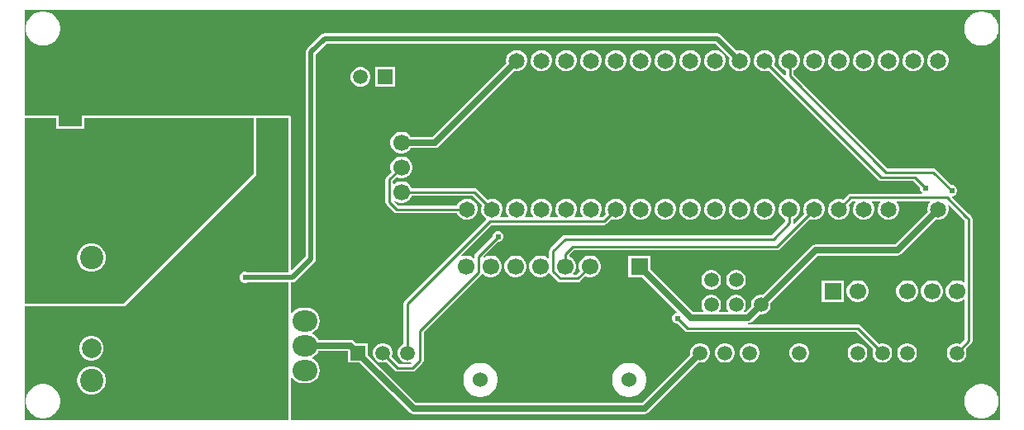
<source format=gbl>
G04*
G04 #@! TF.GenerationSoftware,Altium Limited,Altium Designer,21.0.8 (223)*
G04*
G04 Layer_Physical_Order=2*
G04 Layer_Color=16711680*
%FSLAX24Y24*%
%MOIN*%
G70*
G04*
G04 #@! TF.SameCoordinates,5611F575-40E7-4C37-80B7-B37D46D1236C*
G04*
G04*
G04 #@! TF.FilePolarity,Positive*
G04*
G01*
G75*
%ADD12C,0.0100*%
%ADD54C,0.0200*%
%ADD55C,0.0250*%
%ADD56C,0.0650*%
%ADD57C,0.0945*%
%ADD58C,0.0787*%
%ADD59C,0.0669*%
%ADD60R,0.0669X0.0669*%
%ADD61C,0.0591*%
%ADD62R,0.0591X0.0591*%
%ADD63R,0.0669X0.0669*%
%ADD64C,0.0600*%
%ADD65O,0.1000X0.0850*%
%ADD66R,0.0906X0.0906*%
%ADD67C,0.0906*%
%ADD68C,0.0240*%
G36*
X39350Y0D02*
X10752D01*
Y1672D01*
X10802Y1689D01*
X10851Y1626D01*
X10960Y1541D01*
X11088Y1489D01*
X11225Y1470D01*
X11375D01*
X11512Y1489D01*
X11640Y1541D01*
X11749Y1626D01*
X11834Y1735D01*
X11886Y1863D01*
X11905Y2000D01*
X11886Y2137D01*
X11834Y2265D01*
X11749Y2374D01*
X11640Y2459D01*
X11600Y2475D01*
Y2525D01*
X11640Y2541D01*
X11749Y2626D01*
X11834Y2735D01*
X11848Y2771D01*
X13055D01*
Y2305D01*
X13521D01*
X15538Y288D01*
X15612Y238D01*
X15700Y221D01*
X25000D01*
X25088Y238D01*
X25162Y288D01*
X27183Y2309D01*
X27198Y2305D01*
X27302D01*
X27403Y2332D01*
X27493Y2384D01*
X27566Y2457D01*
X27618Y2547D01*
X27645Y2648D01*
Y2752D01*
X27618Y2853D01*
X27566Y2943D01*
X27493Y3016D01*
X27403Y3068D01*
X27302Y3095D01*
X27198D01*
X27097Y3068D01*
X27007Y3016D01*
X26934Y2943D01*
X26882Y2853D01*
X26855Y2752D01*
Y2648D01*
X26859Y2633D01*
X24905Y679D01*
X15795D01*
X13845Y2629D01*
Y3095D01*
X13379D01*
X13312Y3162D01*
X13238Y3212D01*
X13150Y3229D01*
X11848D01*
X11834Y3265D01*
X11749Y3374D01*
X11640Y3459D01*
X11600Y3475D01*
Y3525D01*
X11640Y3541D01*
X11749Y3626D01*
X11834Y3735D01*
X11886Y3863D01*
X11905Y4000D01*
X11886Y4137D01*
X11834Y4265D01*
X11749Y4374D01*
X11640Y4459D01*
X11512Y4511D01*
X11375Y4530D01*
X11225D01*
X11088Y4511D01*
X10960Y4459D01*
X10851Y4374D01*
X10802Y4311D01*
X10752Y4328D01*
Y5546D01*
X10800D01*
X10878Y5562D01*
X10944Y5606D01*
X11696Y6357D01*
X11740Y6423D01*
X11755Y6501D01*
Y14767D01*
X12184Y15196D01*
X27866D01*
X28441Y14620D01*
X28423Y14534D01*
X28429Y14422D01*
X28463Y14315D01*
X28524Y14222D01*
X28607Y14147D01*
X28707Y14096D01*
X28816Y14073D01*
X28928Y14079D01*
X29035Y14113D01*
X29128Y14174D01*
X29203Y14257D01*
X29254Y14357D01*
X29277Y14466D01*
X29271Y14578D01*
X29237Y14685D01*
X29176Y14778D01*
X29093Y14853D01*
X28993Y14904D01*
X28884Y14927D01*
X28772Y14921D01*
X28730Y14908D01*
X28094Y15544D01*
X28028Y15588D01*
X27950Y15604D01*
X12100D01*
X12022Y15588D01*
X11956Y15544D01*
X11407Y14996D01*
X11363Y14929D01*
X11347Y14851D01*
Y6586D01*
X10798Y6037D01*
X10752Y6056D01*
Y12190D01*
X10750Y12200D01*
Y12210D01*
X10748Y12218D01*
X10744Y12227D01*
X10744Y12229D01*
X10743Y12230D01*
X10733Y12255D01*
X10705Y12283D01*
X10680Y12293D01*
X10679Y12294D01*
X10677Y12294D01*
X10668Y12298D01*
X10660Y12300D01*
X10650D01*
X10640Y12302D01*
X9360D01*
X9350Y12300D01*
X9340Y12300D01*
X9330Y12298D01*
X9321Y12294D01*
X9311Y12292D01*
X9303Y12287D01*
X9300Y12286D01*
X9287Y12294D01*
X9248Y12302D01*
X2403D01*
X2364Y12294D01*
X2331Y12272D01*
X2309Y12239D01*
X2301Y12200D01*
Y11849D01*
X1399D01*
Y12200D01*
X1391Y12239D01*
X1369Y12272D01*
X1336Y12294D01*
X1297Y12302D01*
X0D01*
Y16550D01*
X39350D01*
Y0D01*
D02*
G37*
G36*
X9248Y9942D02*
X4008Y4702D01*
X0D01*
Y12200D01*
X1297D01*
Y11747D01*
X2403D01*
Y12200D01*
X9248D01*
Y9942D01*
D02*
G37*
G36*
X10640Y12200D02*
X10641Y12199D01*
X10647Y12197D01*
X10649Y12191D01*
X10650Y12190D01*
X10650Y12190D01*
Y12180D01*
Y6056D01*
Y5954D01*
X8983D01*
X8944Y5970D01*
X8856D01*
X8775Y5937D01*
X8713Y5875D01*
X8680Y5794D01*
Y5706D01*
X8713Y5625D01*
X8775Y5563D01*
X8856Y5530D01*
X8944D01*
X8983Y5546D01*
X10650D01*
Y4328D01*
Y1672D01*
Y0D01*
X0D01*
Y4600D01*
X4050D01*
X9350Y9900D01*
Y12198D01*
X9360Y12200D01*
X9360Y12200D01*
X9360Y12200D01*
X10640D01*
D01*
D02*
G37*
%LPC*%
G36*
X38658Y16493D02*
X38542D01*
X38532Y16491D01*
X38522D01*
X38408Y16468D01*
X38399Y16464D01*
X38389Y16462D01*
X38281Y16418D01*
X38273Y16412D01*
X38264Y16408D01*
X38167Y16343D01*
X38160Y16336D01*
X38151Y16331D01*
X38069Y16249D01*
X38064Y16240D01*
X38057Y16233D01*
X37992Y16136D01*
X37988Y16127D01*
X37982Y16119D01*
X37938Y16011D01*
X37936Y16001D01*
X37932Y15992D01*
X37909Y15878D01*
Y15868D01*
X37907Y15858D01*
Y15742D01*
X37909Y15732D01*
Y15722D01*
X37932Y15608D01*
X37936Y15599D01*
X37938Y15589D01*
X37982Y15481D01*
X37988Y15473D01*
X37992Y15464D01*
X38057Y15367D01*
X38064Y15360D01*
X38069Y15351D01*
X38151Y15269D01*
X38160Y15264D01*
X38167Y15257D01*
X38264Y15192D01*
X38273Y15188D01*
X38281Y15182D01*
X38389Y15138D01*
X38399Y15136D01*
X38408Y15132D01*
X38522Y15109D01*
X38532D01*
X38542Y15107D01*
X38658D01*
X38668Y15109D01*
X38678D01*
X38792Y15132D01*
X38801Y15136D01*
X38811Y15138D01*
X38919Y15182D01*
X38927Y15188D01*
X38936Y15192D01*
X39033Y15257D01*
X39040Y15264D01*
X39049Y15269D01*
X39131Y15351D01*
X39136Y15360D01*
X39143Y15367D01*
X39208Y15464D01*
X39212Y15473D01*
X39218Y15481D01*
X39262Y15589D01*
X39264Y15599D01*
X39268Y15608D01*
X39291Y15722D01*
Y15732D01*
X39293Y15742D01*
Y15858D01*
X39291Y15868D01*
Y15878D01*
X39268Y15992D01*
X39264Y16001D01*
X39262Y16011D01*
X39218Y16119D01*
X39212Y16127D01*
X39208Y16136D01*
X39143Y16233D01*
X39136Y16240D01*
X39131Y16249D01*
X39049Y16331D01*
X39040Y16336D01*
X39033Y16343D01*
X38936Y16408D01*
X38927Y16412D01*
X38919Y16418D01*
X38811Y16462D01*
X38801Y16464D01*
X38792Y16468D01*
X38678Y16491D01*
X38668D01*
X38658Y16493D01*
D02*
G37*
G36*
X808D02*
X692D01*
X682Y16491D01*
X672D01*
X558Y16468D01*
X549Y16464D01*
X539Y16462D01*
X431Y16418D01*
X423Y16412D01*
X414Y16408D01*
X317Y16343D01*
X310Y16336D01*
X301Y16331D01*
X219Y16249D01*
X214Y16240D01*
X207Y16233D01*
X142Y16136D01*
X138Y16127D01*
X132Y16119D01*
X88Y16011D01*
X86Y16001D01*
X82Y15992D01*
X59Y15878D01*
Y15868D01*
X57Y15858D01*
Y15742D01*
X59Y15732D01*
Y15722D01*
X82Y15608D01*
X86Y15599D01*
X88Y15589D01*
X132Y15481D01*
X138Y15473D01*
X142Y15464D01*
X207Y15367D01*
X214Y15360D01*
X219Y15351D01*
X301Y15269D01*
X310Y15264D01*
X317Y15257D01*
X414Y15192D01*
X423Y15188D01*
X431Y15182D01*
X539Y15138D01*
X549Y15136D01*
X558Y15132D01*
X672Y15109D01*
X682D01*
X692Y15107D01*
X808D01*
X818Y15109D01*
X828D01*
X942Y15132D01*
X951Y15136D01*
X961Y15138D01*
X1069Y15182D01*
X1077Y15188D01*
X1086Y15192D01*
X1183Y15257D01*
X1190Y15264D01*
X1199Y15269D01*
X1281Y15351D01*
X1286Y15360D01*
X1293Y15367D01*
X1358Y15464D01*
X1362Y15473D01*
X1368Y15481D01*
X1412Y15589D01*
X1414Y15599D01*
X1418Y15608D01*
X1441Y15722D01*
Y15732D01*
X1443Y15742D01*
Y15858D01*
X1441Y15868D01*
Y15878D01*
X1418Y15992D01*
X1414Y16001D01*
X1412Y16011D01*
X1368Y16119D01*
X1362Y16127D01*
X1358Y16136D01*
X1293Y16233D01*
X1286Y16240D01*
X1281Y16249D01*
X1199Y16331D01*
X1190Y16336D01*
X1183Y16343D01*
X1086Y16408D01*
X1077Y16412D01*
X1069Y16418D01*
X961Y16462D01*
X951Y16464D01*
X942Y16468D01*
X828Y16491D01*
X818D01*
X808Y16493D01*
D02*
G37*
G36*
X36884Y14927D02*
X36772Y14921D01*
X36665Y14887D01*
X36572Y14826D01*
X36497Y14743D01*
X36446Y14643D01*
X36423Y14534D01*
X36429Y14422D01*
X36463Y14315D01*
X36524Y14222D01*
X36607Y14147D01*
X36707Y14096D01*
X36816Y14073D01*
X36928Y14079D01*
X37035Y14113D01*
X37128Y14174D01*
X37203Y14257D01*
X37254Y14357D01*
X37277Y14466D01*
X37271Y14578D01*
X37237Y14685D01*
X37176Y14778D01*
X37093Y14853D01*
X36993Y14904D01*
X36884Y14927D01*
D02*
G37*
G36*
X35884D02*
X35772Y14921D01*
X35665Y14887D01*
X35572Y14826D01*
X35497Y14743D01*
X35446Y14643D01*
X35423Y14534D01*
X35429Y14422D01*
X35463Y14315D01*
X35524Y14222D01*
X35607Y14147D01*
X35707Y14096D01*
X35816Y14073D01*
X35928Y14079D01*
X36035Y14113D01*
X36128Y14174D01*
X36203Y14257D01*
X36254Y14357D01*
X36277Y14466D01*
X36271Y14578D01*
X36237Y14685D01*
X36176Y14778D01*
X36093Y14853D01*
X35993Y14904D01*
X35884Y14927D01*
D02*
G37*
G36*
X34884D02*
X34772Y14921D01*
X34665Y14887D01*
X34572Y14826D01*
X34497Y14743D01*
X34446Y14643D01*
X34423Y14534D01*
X34429Y14422D01*
X34463Y14315D01*
X34524Y14222D01*
X34607Y14147D01*
X34707Y14096D01*
X34816Y14073D01*
X34928Y14079D01*
X35035Y14113D01*
X35128Y14174D01*
X35203Y14257D01*
X35254Y14357D01*
X35277Y14466D01*
X35271Y14578D01*
X35237Y14685D01*
X35176Y14778D01*
X35093Y14853D01*
X34993Y14904D01*
X34884Y14927D01*
D02*
G37*
G36*
X33884D02*
X33772Y14921D01*
X33665Y14887D01*
X33572Y14826D01*
X33497Y14743D01*
X33446Y14643D01*
X33423Y14534D01*
X33429Y14422D01*
X33463Y14315D01*
X33524Y14222D01*
X33607Y14147D01*
X33707Y14096D01*
X33816Y14073D01*
X33928Y14079D01*
X34035Y14113D01*
X34128Y14174D01*
X34203Y14257D01*
X34254Y14357D01*
X34277Y14466D01*
X34271Y14578D01*
X34237Y14685D01*
X34176Y14778D01*
X34093Y14853D01*
X33993Y14904D01*
X33884Y14927D01*
D02*
G37*
G36*
X32884D02*
X32772Y14921D01*
X32665Y14887D01*
X32572Y14826D01*
X32497Y14743D01*
X32446Y14643D01*
X32423Y14534D01*
X32429Y14422D01*
X32463Y14315D01*
X32524Y14222D01*
X32607Y14147D01*
X32707Y14096D01*
X32816Y14073D01*
X32928Y14079D01*
X33035Y14113D01*
X33128Y14174D01*
X33203Y14257D01*
X33254Y14357D01*
X33277Y14466D01*
X33271Y14578D01*
X33237Y14685D01*
X33176Y14778D01*
X33093Y14853D01*
X32993Y14904D01*
X32884Y14927D01*
D02*
G37*
G36*
X31884D02*
X31772Y14921D01*
X31665Y14887D01*
X31572Y14826D01*
X31497Y14743D01*
X31446Y14643D01*
X31423Y14534D01*
X31429Y14422D01*
X31463Y14315D01*
X31524Y14222D01*
X31607Y14147D01*
X31707Y14096D01*
X31816Y14073D01*
X31928Y14079D01*
X32035Y14113D01*
X32128Y14174D01*
X32203Y14257D01*
X32254Y14357D01*
X32277Y14466D01*
X32271Y14578D01*
X32237Y14685D01*
X32176Y14778D01*
X32093Y14853D01*
X31993Y14904D01*
X31884Y14927D01*
D02*
G37*
G36*
X27884D02*
X27772Y14921D01*
X27665Y14887D01*
X27572Y14826D01*
X27497Y14743D01*
X27446Y14643D01*
X27423Y14534D01*
X27429Y14422D01*
X27463Y14315D01*
X27524Y14222D01*
X27607Y14147D01*
X27707Y14096D01*
X27816Y14073D01*
X27928Y14079D01*
X28035Y14113D01*
X28128Y14174D01*
X28203Y14257D01*
X28254Y14357D01*
X28277Y14466D01*
X28271Y14578D01*
X28237Y14685D01*
X28176Y14778D01*
X28093Y14853D01*
X27993Y14904D01*
X27884Y14927D01*
D02*
G37*
G36*
X26884D02*
X26772Y14921D01*
X26665Y14887D01*
X26572Y14826D01*
X26497Y14743D01*
X26446Y14643D01*
X26423Y14534D01*
X26429Y14422D01*
X26463Y14315D01*
X26524Y14222D01*
X26607Y14147D01*
X26707Y14096D01*
X26816Y14073D01*
X26928Y14079D01*
X27035Y14113D01*
X27128Y14174D01*
X27203Y14257D01*
X27254Y14357D01*
X27277Y14466D01*
X27271Y14578D01*
X27237Y14685D01*
X27176Y14778D01*
X27093Y14853D01*
X26993Y14904D01*
X26884Y14927D01*
D02*
G37*
G36*
X25884D02*
X25772Y14921D01*
X25665Y14887D01*
X25572Y14826D01*
X25497Y14743D01*
X25446Y14643D01*
X25423Y14534D01*
X25429Y14422D01*
X25463Y14315D01*
X25524Y14222D01*
X25607Y14147D01*
X25707Y14096D01*
X25816Y14073D01*
X25928Y14079D01*
X26035Y14113D01*
X26128Y14174D01*
X26203Y14257D01*
X26254Y14357D01*
X26277Y14466D01*
X26271Y14578D01*
X26237Y14685D01*
X26176Y14778D01*
X26093Y14853D01*
X25993Y14904D01*
X25884Y14927D01*
D02*
G37*
G36*
X24884D02*
X24772Y14921D01*
X24665Y14887D01*
X24572Y14826D01*
X24497Y14743D01*
X24446Y14643D01*
X24423Y14534D01*
X24429Y14422D01*
X24463Y14315D01*
X24524Y14222D01*
X24607Y14147D01*
X24707Y14096D01*
X24816Y14073D01*
X24928Y14079D01*
X25035Y14113D01*
X25128Y14174D01*
X25203Y14257D01*
X25254Y14357D01*
X25277Y14466D01*
X25271Y14578D01*
X25237Y14685D01*
X25176Y14778D01*
X25093Y14853D01*
X24993Y14904D01*
X24884Y14927D01*
D02*
G37*
G36*
X23884D02*
X23772Y14921D01*
X23665Y14887D01*
X23572Y14826D01*
X23497Y14743D01*
X23446Y14643D01*
X23423Y14534D01*
X23429Y14422D01*
X23463Y14315D01*
X23524Y14222D01*
X23607Y14147D01*
X23707Y14096D01*
X23816Y14073D01*
X23928Y14079D01*
X24035Y14113D01*
X24128Y14174D01*
X24203Y14257D01*
X24254Y14357D01*
X24277Y14466D01*
X24271Y14578D01*
X24237Y14685D01*
X24176Y14778D01*
X24093Y14853D01*
X23993Y14904D01*
X23884Y14927D01*
D02*
G37*
G36*
X22884D02*
X22772Y14921D01*
X22665Y14887D01*
X22572Y14826D01*
X22497Y14743D01*
X22446Y14643D01*
X22423Y14534D01*
X22429Y14422D01*
X22463Y14315D01*
X22524Y14222D01*
X22607Y14147D01*
X22707Y14096D01*
X22816Y14073D01*
X22928Y14079D01*
X23035Y14113D01*
X23128Y14174D01*
X23203Y14257D01*
X23254Y14357D01*
X23277Y14466D01*
X23271Y14578D01*
X23237Y14685D01*
X23176Y14778D01*
X23093Y14853D01*
X22993Y14904D01*
X22884Y14927D01*
D02*
G37*
G36*
X21884D02*
X21772Y14921D01*
X21665Y14887D01*
X21572Y14826D01*
X21497Y14743D01*
X21446Y14643D01*
X21423Y14534D01*
X21429Y14422D01*
X21463Y14315D01*
X21524Y14222D01*
X21607Y14147D01*
X21707Y14096D01*
X21816Y14073D01*
X21928Y14079D01*
X22035Y14113D01*
X22128Y14174D01*
X22203Y14257D01*
X22254Y14357D01*
X22277Y14466D01*
X22271Y14578D01*
X22237Y14685D01*
X22176Y14778D01*
X22093Y14853D01*
X21993Y14904D01*
X21884Y14927D01*
D02*
G37*
G36*
X20884D02*
X20772Y14921D01*
X20665Y14887D01*
X20572Y14826D01*
X20497Y14743D01*
X20446Y14643D01*
X20423Y14534D01*
X20429Y14422D01*
X20463Y14315D01*
X20524Y14222D01*
X20607Y14147D01*
X20707Y14096D01*
X20816Y14073D01*
X20928Y14079D01*
X21035Y14113D01*
X21128Y14174D01*
X21203Y14257D01*
X21254Y14357D01*
X21277Y14466D01*
X21271Y14578D01*
X21237Y14685D01*
X21176Y14778D01*
X21093Y14853D01*
X20993Y14904D01*
X20884Y14927D01*
D02*
G37*
G36*
X19884D02*
X19772Y14921D01*
X19665Y14887D01*
X19572Y14826D01*
X19497Y14743D01*
X19446Y14643D01*
X19423Y14534D01*
X19429Y14422D01*
X19433Y14408D01*
X16455Y11429D01*
X15569D01*
X15548Y11467D01*
X15467Y11548D01*
X15368Y11605D01*
X15257Y11635D01*
X15143D01*
X15032Y11605D01*
X14933Y11548D01*
X14852Y11467D01*
X14795Y11368D01*
X14765Y11257D01*
Y11143D01*
X14795Y11032D01*
X14852Y10933D01*
X14933Y10852D01*
X15032Y10795D01*
X15143Y10765D01*
X15257D01*
X15368Y10795D01*
X15467Y10852D01*
X15548Y10933D01*
X15569Y10971D01*
X16550D01*
X16638Y10988D01*
X16712Y11038D01*
X19759Y14085D01*
X19816Y14073D01*
X19928Y14079D01*
X20035Y14113D01*
X20128Y14174D01*
X20203Y14257D01*
X20254Y14357D01*
X20277Y14466D01*
X20271Y14578D01*
X20237Y14685D01*
X20176Y14778D01*
X20093Y14853D01*
X19993Y14904D01*
X19884Y14927D01*
D02*
G37*
G36*
X30884D02*
X30772Y14921D01*
X30665Y14887D01*
X30572Y14826D01*
X30497Y14743D01*
X30446Y14643D01*
X30423Y14534D01*
X30429Y14422D01*
X30463Y14315D01*
X30524Y14222D01*
X30607Y14147D01*
X30707Y14096D01*
X30713Y14095D01*
Y13924D01*
X30663Y13903D01*
X30239Y14327D01*
X30254Y14357D01*
X30277Y14466D01*
X30271Y14578D01*
X30237Y14685D01*
X30176Y14778D01*
X30093Y14853D01*
X29993Y14904D01*
X29884Y14927D01*
X29772Y14921D01*
X29665Y14887D01*
X29572Y14826D01*
X29497Y14743D01*
X29446Y14643D01*
X29423Y14534D01*
X29429Y14422D01*
X29463Y14315D01*
X29524Y14222D01*
X29607Y14147D01*
X29707Y14096D01*
X29816Y14073D01*
X29928Y14079D01*
X30024Y14110D01*
X34442Y9692D01*
X34491Y9659D01*
X34550Y9647D01*
X35837D01*
X36130Y9354D01*
Y9306D01*
X36163Y9225D01*
X36206Y9183D01*
X36185Y9133D01*
X33330D01*
X33271Y9121D01*
X33222Y9088D01*
X33023Y8889D01*
X32993Y8904D01*
X32884Y8927D01*
X32772Y8921D01*
X32665Y8887D01*
X32572Y8826D01*
X32497Y8743D01*
X32446Y8643D01*
X32423Y8534D01*
X32429Y8422D01*
X32463Y8315D01*
X32524Y8222D01*
X32607Y8147D01*
X32707Y8096D01*
X32816Y8073D01*
X32928Y8079D01*
X33035Y8113D01*
X33128Y8174D01*
X33203Y8257D01*
X33254Y8357D01*
X33277Y8466D01*
X33271Y8578D01*
X33240Y8674D01*
X33393Y8827D01*
X33505D01*
X33528Y8777D01*
X33497Y8743D01*
X33446Y8643D01*
X33423Y8534D01*
X33429Y8422D01*
X33463Y8315D01*
X33524Y8222D01*
X33607Y8147D01*
X33707Y8096D01*
X33816Y8073D01*
X33928Y8079D01*
X34035Y8113D01*
X34128Y8174D01*
X34203Y8257D01*
X34254Y8357D01*
X34277Y8466D01*
X34271Y8578D01*
X34237Y8685D01*
X34177Y8777D01*
X34181Y8800D01*
X34192Y8827D01*
X34505D01*
X34528Y8777D01*
X34497Y8743D01*
X34446Y8643D01*
X34423Y8534D01*
X34429Y8422D01*
X34463Y8315D01*
X34524Y8222D01*
X34607Y8147D01*
X34707Y8096D01*
X34816Y8073D01*
X34928Y8079D01*
X35035Y8113D01*
X35128Y8174D01*
X35203Y8257D01*
X35254Y8357D01*
X35277Y8466D01*
X35271Y8578D01*
X35237Y8685D01*
X35177Y8777D01*
X35181Y8800D01*
X35192Y8827D01*
X36505D01*
X36528Y8777D01*
X36497Y8743D01*
X36446Y8643D01*
X36423Y8534D01*
X36429Y8422D01*
X36433Y8408D01*
X35105Y7079D01*
X31900D01*
X31812Y7062D01*
X31738Y7012D01*
X29767Y5041D01*
X29752Y5045D01*
X29648D01*
X29547Y5018D01*
X29457Y4966D01*
X29384Y4893D01*
X29332Y4803D01*
X29305Y4702D01*
Y4598D01*
X29309Y4583D01*
X29085Y4359D01*
X29033D01*
X29024Y4383D01*
X29017Y4409D01*
X29068Y4497D01*
X29095Y4598D01*
Y4702D01*
X29068Y4803D01*
X29016Y4893D01*
X28943Y4966D01*
X28853Y5018D01*
X28752Y5045D01*
X28648D01*
X28547Y5018D01*
X28457Y4966D01*
X28384Y4893D01*
X28332Y4803D01*
X28305Y4702D01*
Y4598D01*
X28332Y4497D01*
X28383Y4409D01*
X28376Y4383D01*
X28367Y4359D01*
X28033D01*
X28024Y4383D01*
X28017Y4409D01*
X28068Y4497D01*
X28095Y4598D01*
Y4702D01*
X28068Y4803D01*
X28016Y4893D01*
X27943Y4966D01*
X27853Y5018D01*
X27752Y5045D01*
X27648D01*
X27547Y5018D01*
X27457Y4966D01*
X27384Y4893D01*
X27332Y4803D01*
X27305Y4702D01*
Y4598D01*
X27332Y4497D01*
X27383Y4409D01*
X27376Y4383D01*
X27367Y4359D01*
X26965D01*
X25235Y6090D01*
Y6635D01*
X24365D01*
Y5765D01*
X24910D01*
X26309Y4366D01*
X26291Y4314D01*
X26225Y4287D01*
X26163Y4225D01*
X26130Y4144D01*
Y4056D01*
X26163Y3975D01*
X26225Y3913D01*
X26306Y3880D01*
X26354D01*
X26642Y3592D01*
X26691Y3559D01*
X26750Y3547D01*
X33537D01*
X34232Y2852D01*
X34205Y2752D01*
Y2648D01*
X34232Y2547D01*
X34284Y2457D01*
X34357Y2384D01*
X34447Y2332D01*
X34548Y2305D01*
X34652D01*
X34753Y2332D01*
X34843Y2384D01*
X34916Y2457D01*
X34968Y2547D01*
X34995Y2648D01*
Y2752D01*
X34968Y2853D01*
X34916Y2943D01*
X34843Y3016D01*
X34753Y3068D01*
X34652Y3095D01*
X34548D01*
X34448Y3068D01*
X33708Y3808D01*
X33659Y3841D01*
X33600Y3853D01*
X29198D01*
X29193Y3903D01*
X29268Y3918D01*
X29342Y3968D01*
X29633Y4259D01*
X29648Y4255D01*
X29752D01*
X29853Y4282D01*
X29943Y4334D01*
X30016Y4407D01*
X30068Y4497D01*
X30095Y4598D01*
Y4702D01*
X30091Y4717D01*
X31995Y6621D01*
X35200D01*
X35288Y6638D01*
X35362Y6688D01*
X36759Y8085D01*
X36816Y8073D01*
X36928Y8079D01*
X37035Y8113D01*
X37128Y8174D01*
X37203Y8257D01*
X37254Y8357D01*
X37277Y8466D01*
X37271Y8578D01*
X37251Y8642D01*
X37294Y8669D01*
X37872Y8092D01*
X37906Y8069D01*
X37932Y8043D01*
Y5548D01*
X37886Y5529D01*
X37867Y5548D01*
X37768Y5605D01*
X37657Y5635D01*
X37543D01*
X37432Y5605D01*
X37333Y5548D01*
X37252Y5467D01*
X37195Y5368D01*
X37165Y5257D01*
Y5143D01*
X37195Y5032D01*
X37252Y4933D01*
X37333Y4852D01*
X37432Y4795D01*
X37543Y4765D01*
X37657D01*
X37768Y4795D01*
X37867Y4852D01*
X37886Y4871D01*
X37932Y4852D01*
Y3248D01*
X37752Y3068D01*
X37652Y3095D01*
X37548D01*
X37447Y3068D01*
X37357Y3016D01*
X37284Y2943D01*
X37232Y2853D01*
X37205Y2752D01*
Y2648D01*
X37232Y2547D01*
X37284Y2457D01*
X37357Y2384D01*
X37447Y2332D01*
X37548Y2305D01*
X37652D01*
X37753Y2332D01*
X37843Y2384D01*
X37916Y2457D01*
X37968Y2547D01*
X37995Y2648D01*
Y2752D01*
X37968Y2852D01*
X38193Y3076D01*
X38226Y3126D01*
X38238Y3185D01*
Y8107D01*
X38226Y8165D01*
X38193Y8215D01*
X38100Y8308D01*
X38065Y8331D01*
X37412Y8984D01*
X37432Y9030D01*
X37444D01*
X37525Y9063D01*
X37587Y9125D01*
X37620Y9206D01*
Y9294D01*
X37587Y9375D01*
X37525Y9437D01*
X37444Y9470D01*
X37396D01*
X36758Y10108D01*
X36709Y10141D01*
X36650Y10153D01*
X34813D01*
X31019Y13947D01*
Y14108D01*
X31035Y14113D01*
X31128Y14174D01*
X31203Y14257D01*
X31254Y14357D01*
X31277Y14466D01*
X31271Y14578D01*
X31237Y14685D01*
X31176Y14778D01*
X31093Y14853D01*
X30993Y14904D01*
X30884Y14927D01*
D02*
G37*
G36*
X14945Y14245D02*
X14155D01*
Y13455D01*
X14945D01*
Y14245D01*
D02*
G37*
G36*
X13602D02*
X13498D01*
X13397Y14218D01*
X13307Y14166D01*
X13234Y14093D01*
X13182Y14003D01*
X13155Y13902D01*
Y13798D01*
X13182Y13697D01*
X13234Y13607D01*
X13307Y13534D01*
X13397Y13482D01*
X13498Y13455D01*
X13602D01*
X13703Y13482D01*
X13793Y13534D01*
X13866Y13607D01*
X13918Y13697D01*
X13945Y13798D01*
Y13902D01*
X13918Y14003D01*
X13866Y14093D01*
X13793Y14166D01*
X13703Y14218D01*
X13602Y14245D01*
D02*
G37*
G36*
X15257Y10635D02*
X15143D01*
X15032Y10605D01*
X14933Y10548D01*
X14852Y10467D01*
X14795Y10368D01*
X14765Y10257D01*
Y10143D01*
X14795Y10032D01*
X14803Y10019D01*
X14602Y9818D01*
X14569Y9769D01*
X14557Y9710D01*
Y8800D01*
X14569Y8741D01*
X14602Y8692D01*
X14902Y8392D01*
X14951Y8359D01*
X15010Y8347D01*
X17453D01*
X17463Y8315D01*
X17524Y8222D01*
X17607Y8147D01*
X17707Y8096D01*
X17816Y8073D01*
X17928Y8079D01*
X18035Y8113D01*
X18128Y8174D01*
X18203Y8257D01*
X18254Y8357D01*
X18277Y8466D01*
X18271Y8578D01*
X18237Y8685D01*
X18176Y8778D01*
X18093Y8853D01*
X17993Y8904D01*
X17884Y8927D01*
X17772Y8921D01*
X17665Y8887D01*
X17572Y8826D01*
X17497Y8743D01*
X17451Y8653D01*
X15073D01*
X14930Y8796D01*
X14961Y8836D01*
X15032Y8795D01*
X15143Y8765D01*
X15257D01*
X15368Y8795D01*
X15467Y8852D01*
X15548Y8933D01*
X15605Y9032D01*
X15609Y9047D01*
X18087D01*
X18461Y8673D01*
X18446Y8643D01*
X18423Y8534D01*
X18429Y8422D01*
X18463Y8315D01*
X18524Y8222D01*
X18607Y8147D01*
X18618Y8141D01*
X18626Y8092D01*
X15342Y4808D01*
X15309Y4759D01*
X15297Y4700D01*
Y3068D01*
X15207Y3016D01*
X15134Y2943D01*
X15082Y2853D01*
X15055Y2752D01*
Y2648D01*
X15082Y2547D01*
X15134Y2457D01*
X15207Y2384D01*
X15297Y2332D01*
X15398Y2305D01*
X15502D01*
X15592Y2329D01*
X15619Y2293D01*
X15621Y2288D01*
X15587Y2253D01*
X15113D01*
X14818Y2548D01*
X14845Y2648D01*
Y2752D01*
X14818Y2853D01*
X14766Y2943D01*
X14693Y3016D01*
X14603Y3068D01*
X14502Y3095D01*
X14398D01*
X14297Y3068D01*
X14207Y3016D01*
X14134Y2943D01*
X14082Y2853D01*
X14055Y2752D01*
Y2648D01*
X14082Y2547D01*
X14134Y2457D01*
X14207Y2384D01*
X14297Y2332D01*
X14398Y2305D01*
X14502D01*
X14602Y2332D01*
X14942Y1992D01*
X14991Y1959D01*
X15050Y1947D01*
X15650D01*
X15709Y1959D01*
X15758Y1992D01*
X16058Y2292D01*
X16091Y2341D01*
X16103Y2400D01*
Y3537D01*
X18408Y5842D01*
X18434Y5881D01*
X18476Y5892D01*
X18493Y5893D01*
X18533Y5852D01*
X18632Y5795D01*
X18743Y5765D01*
X18857D01*
X18968Y5795D01*
X19067Y5852D01*
X19148Y5933D01*
X19205Y6032D01*
X19235Y6143D01*
Y6257D01*
X19205Y6368D01*
X19148Y6467D01*
X19067Y6548D01*
X18968Y6605D01*
X18857Y6635D01*
X18743D01*
X18632Y6605D01*
X18533Y6548D01*
X18501Y6584D01*
X19096Y7180D01*
X19144D01*
X19225Y7213D01*
X19287Y7275D01*
X19320Y7356D01*
Y7444D01*
X19287Y7525D01*
X19225Y7587D01*
X19144Y7620D01*
X19056D01*
X18975Y7587D01*
X18913Y7525D01*
X18880Y7444D01*
Y7396D01*
X18192Y6708D01*
X18159Y6659D01*
X18147Y6600D01*
Y6533D01*
X18101Y6514D01*
X18067Y6548D01*
X17968Y6605D01*
X17857Y6635D01*
X17743D01*
X17646Y6609D01*
X17620Y6653D01*
X18833Y7867D01*
X23370D01*
X23429Y7879D01*
X23478Y7912D01*
X23677Y8111D01*
X23707Y8096D01*
X23816Y8073D01*
X23928Y8079D01*
X24035Y8113D01*
X24128Y8174D01*
X24203Y8257D01*
X24254Y8357D01*
X24277Y8466D01*
X24271Y8578D01*
X24237Y8685D01*
X24176Y8778D01*
X24093Y8853D01*
X23993Y8904D01*
X23884Y8927D01*
X23772Y8921D01*
X23665Y8887D01*
X23572Y8826D01*
X23497Y8743D01*
X23446Y8643D01*
X23423Y8534D01*
X23429Y8422D01*
X23460Y8326D01*
X23307Y8173D01*
X23195D01*
X23172Y8223D01*
X23203Y8257D01*
X23254Y8357D01*
X23277Y8466D01*
X23271Y8578D01*
X23237Y8685D01*
X23176Y8778D01*
X23093Y8853D01*
X22993Y8904D01*
X22884Y8927D01*
X22772Y8921D01*
X22665Y8887D01*
X22572Y8826D01*
X22497Y8743D01*
X22446Y8643D01*
X22423Y8534D01*
X22429Y8422D01*
X22463Y8315D01*
X22523Y8223D01*
X22519Y8200D01*
X22508Y8173D01*
X22195D01*
X22172Y8223D01*
X22203Y8257D01*
X22254Y8357D01*
X22277Y8466D01*
X22271Y8578D01*
X22237Y8685D01*
X22176Y8778D01*
X22093Y8853D01*
X21993Y8904D01*
X21884Y8927D01*
X21772Y8921D01*
X21665Y8887D01*
X21572Y8826D01*
X21497Y8743D01*
X21446Y8643D01*
X21423Y8534D01*
X21429Y8422D01*
X21463Y8315D01*
X21523Y8223D01*
X21519Y8200D01*
X21508Y8173D01*
X21195D01*
X21172Y8223D01*
X21203Y8257D01*
X21254Y8357D01*
X21277Y8466D01*
X21271Y8578D01*
X21237Y8685D01*
X21176Y8778D01*
X21093Y8853D01*
X20993Y8904D01*
X20884Y8927D01*
X20772Y8921D01*
X20665Y8887D01*
X20572Y8826D01*
X20497Y8743D01*
X20446Y8643D01*
X20423Y8534D01*
X20429Y8422D01*
X20463Y8315D01*
X20523Y8223D01*
X20519Y8200D01*
X20508Y8173D01*
X20195D01*
X20172Y8223D01*
X20203Y8257D01*
X20254Y8357D01*
X20277Y8466D01*
X20271Y8578D01*
X20237Y8685D01*
X20176Y8778D01*
X20093Y8853D01*
X19993Y8904D01*
X19884Y8927D01*
X19772Y8921D01*
X19665Y8887D01*
X19572Y8826D01*
X19497Y8743D01*
X19446Y8643D01*
X19423Y8534D01*
X19429Y8422D01*
X19463Y8315D01*
X19523Y8223D01*
X19519Y8200D01*
X19508Y8173D01*
X19195D01*
X19172Y8223D01*
X19203Y8257D01*
X19254Y8357D01*
X19277Y8466D01*
X19271Y8578D01*
X19237Y8685D01*
X19176Y8778D01*
X19093Y8853D01*
X18993Y8904D01*
X18884Y8927D01*
X18772Y8921D01*
X18676Y8890D01*
X18258Y9308D01*
X18209Y9341D01*
X18150Y9353D01*
X15609D01*
X15605Y9368D01*
X15548Y9467D01*
X15467Y9548D01*
X15368Y9605D01*
X15257Y9635D01*
X15143D01*
X15032Y9605D01*
X14933Y9548D01*
X14909Y9524D01*
X14863Y9543D01*
Y9647D01*
X15019Y9803D01*
X15032Y9795D01*
X15143Y9765D01*
X15257D01*
X15368Y9795D01*
X15467Y9852D01*
X15548Y9933D01*
X15605Y10032D01*
X15635Y10143D01*
Y10257D01*
X15605Y10368D01*
X15548Y10467D01*
X15467Y10548D01*
X15368Y10605D01*
X15257Y10635D01*
D02*
G37*
G36*
X29884Y8927D02*
X29772Y8921D01*
X29665Y8887D01*
X29572Y8826D01*
X29497Y8743D01*
X29446Y8643D01*
X29423Y8534D01*
X29429Y8422D01*
X29463Y8315D01*
X29524Y8222D01*
X29607Y8147D01*
X29707Y8096D01*
X29816Y8073D01*
X29928Y8079D01*
X30035Y8113D01*
X30128Y8174D01*
X30203Y8257D01*
X30254Y8357D01*
X30277Y8466D01*
X30271Y8578D01*
X30237Y8685D01*
X30176Y8778D01*
X30093Y8853D01*
X29993Y8904D01*
X29884Y8927D01*
D02*
G37*
G36*
X28884D02*
X28772Y8921D01*
X28665Y8887D01*
X28572Y8826D01*
X28497Y8743D01*
X28446Y8643D01*
X28423Y8534D01*
X28429Y8422D01*
X28463Y8315D01*
X28524Y8222D01*
X28607Y8147D01*
X28707Y8096D01*
X28816Y8073D01*
X28928Y8079D01*
X29035Y8113D01*
X29128Y8174D01*
X29203Y8257D01*
X29254Y8357D01*
X29277Y8466D01*
X29271Y8578D01*
X29237Y8685D01*
X29176Y8778D01*
X29093Y8853D01*
X28993Y8904D01*
X28884Y8927D01*
D02*
G37*
G36*
X27884D02*
X27772Y8921D01*
X27665Y8887D01*
X27572Y8826D01*
X27497Y8743D01*
X27446Y8643D01*
X27423Y8534D01*
X27429Y8422D01*
X27463Y8315D01*
X27524Y8222D01*
X27607Y8147D01*
X27707Y8096D01*
X27816Y8073D01*
X27928Y8079D01*
X28035Y8113D01*
X28128Y8174D01*
X28203Y8257D01*
X28254Y8357D01*
X28277Y8466D01*
X28271Y8578D01*
X28237Y8685D01*
X28176Y8778D01*
X28093Y8853D01*
X27993Y8904D01*
X27884Y8927D01*
D02*
G37*
G36*
X26884D02*
X26772Y8921D01*
X26665Y8887D01*
X26572Y8826D01*
X26497Y8743D01*
X26446Y8643D01*
X26423Y8534D01*
X26429Y8422D01*
X26463Y8315D01*
X26524Y8222D01*
X26607Y8147D01*
X26707Y8096D01*
X26816Y8073D01*
X26928Y8079D01*
X27035Y8113D01*
X27128Y8174D01*
X27203Y8257D01*
X27254Y8357D01*
X27277Y8466D01*
X27271Y8578D01*
X27237Y8685D01*
X27176Y8778D01*
X27093Y8853D01*
X26993Y8904D01*
X26884Y8927D01*
D02*
G37*
G36*
X25884D02*
X25772Y8921D01*
X25665Y8887D01*
X25572Y8826D01*
X25497Y8743D01*
X25446Y8643D01*
X25423Y8534D01*
X25429Y8422D01*
X25463Y8315D01*
X25524Y8222D01*
X25607Y8147D01*
X25707Y8096D01*
X25816Y8073D01*
X25928Y8079D01*
X26035Y8113D01*
X26128Y8174D01*
X26203Y8257D01*
X26254Y8357D01*
X26277Y8466D01*
X26271Y8578D01*
X26237Y8685D01*
X26176Y8778D01*
X26093Y8853D01*
X25993Y8904D01*
X25884Y8927D01*
D02*
G37*
G36*
X24884D02*
X24772Y8921D01*
X24665Y8887D01*
X24572Y8826D01*
X24497Y8743D01*
X24446Y8643D01*
X24423Y8534D01*
X24429Y8422D01*
X24463Y8315D01*
X24524Y8222D01*
X24607Y8147D01*
X24707Y8096D01*
X24816Y8073D01*
X24928Y8079D01*
X25035Y8113D01*
X25128Y8174D01*
X25203Y8257D01*
X25254Y8357D01*
X25277Y8466D01*
X25271Y8578D01*
X25237Y8685D01*
X25176Y8778D01*
X25093Y8853D01*
X24993Y8904D01*
X24884Y8927D01*
D02*
G37*
G36*
X31884D02*
X31772Y8921D01*
X31665Y8887D01*
X31572Y8826D01*
X31497Y8743D01*
X31446Y8643D01*
X31423Y8534D01*
X31429Y8422D01*
X31460Y8326D01*
X31047Y7913D01*
X31000Y7937D01*
X31003Y7950D01*
Y8103D01*
X31035Y8113D01*
X31128Y8174D01*
X31203Y8257D01*
X31254Y8357D01*
X31277Y8466D01*
X31271Y8578D01*
X31237Y8685D01*
X31176Y8778D01*
X31093Y8853D01*
X30993Y8904D01*
X30884Y8927D01*
X30772Y8921D01*
X30665Y8887D01*
X30572Y8826D01*
X30497Y8743D01*
X30446Y8643D01*
X30423Y8534D01*
X30429Y8422D01*
X30463Y8315D01*
X30524Y8222D01*
X30607Y8147D01*
X30697Y8101D01*
Y8013D01*
X30137Y7453D01*
X21800D01*
X21741Y7441D01*
X21692Y7408D01*
X21202Y6918D01*
X21169Y6869D01*
X21157Y6810D01*
Y6528D01*
X21107Y6508D01*
X21067Y6548D01*
X20968Y6605D01*
X20857Y6635D01*
X20743D01*
X20632Y6605D01*
X20533Y6548D01*
X20452Y6467D01*
X20395Y6368D01*
X20365Y6257D01*
Y6143D01*
X20395Y6032D01*
X20452Y5933D01*
X20533Y5852D01*
X20632Y5795D01*
X20743Y5765D01*
X20857D01*
X20968Y5795D01*
X21067Y5852D01*
X21128Y5913D01*
X21185Y5911D01*
X21191Y5908D01*
X21202Y5892D01*
X21492Y5602D01*
X21541Y5569D01*
X21600Y5557D01*
X22310D01*
X22369Y5569D01*
X22418Y5602D01*
X22619Y5803D01*
X22632Y5795D01*
X22743Y5765D01*
X22857D01*
X22968Y5795D01*
X23067Y5852D01*
X23148Y5933D01*
X23205Y6032D01*
X23235Y6143D01*
Y6257D01*
X23205Y6368D01*
X23148Y6467D01*
X23067Y6548D01*
X22968Y6605D01*
X22857Y6635D01*
X22743D01*
X22632Y6605D01*
X22533Y6548D01*
X22452Y6467D01*
X22395Y6368D01*
X22365Y6257D01*
Y6143D01*
X22395Y6032D01*
X22403Y6019D01*
X22247Y5863D01*
X22143D01*
X22124Y5909D01*
X22148Y5933D01*
X22205Y6032D01*
X22235Y6143D01*
Y6257D01*
X22205Y6368D01*
X22148Y6467D01*
X22067Y6548D01*
X21980Y6598D01*
X21971Y6640D01*
X21972Y6656D01*
X22163Y6847D01*
X30350D01*
X30409Y6859D01*
X30458Y6892D01*
X31677Y8111D01*
X31707Y8096D01*
X31816Y8073D01*
X31928Y8079D01*
X32035Y8113D01*
X32128Y8174D01*
X32203Y8257D01*
X32254Y8357D01*
X32277Y8466D01*
X32271Y8578D01*
X32237Y8685D01*
X32176Y8778D01*
X32093Y8853D01*
X31993Y8904D01*
X31884Y8927D01*
D02*
G37*
G36*
X19857Y6635D02*
X19743D01*
X19632Y6605D01*
X19533Y6548D01*
X19452Y6467D01*
X19395Y6368D01*
X19365Y6257D01*
Y6143D01*
X19395Y6032D01*
X19452Y5933D01*
X19533Y5852D01*
X19632Y5795D01*
X19743Y5765D01*
X19857D01*
X19968Y5795D01*
X20067Y5852D01*
X20148Y5933D01*
X20205Y6032D01*
X20235Y6143D01*
Y6257D01*
X20205Y6368D01*
X20148Y6467D01*
X20067Y6548D01*
X19968Y6605D01*
X19857Y6635D01*
D02*
G37*
G36*
X28752Y6045D02*
X28648D01*
X28547Y6018D01*
X28457Y5966D01*
X28384Y5893D01*
X28332Y5803D01*
X28305Y5702D01*
Y5598D01*
X28332Y5497D01*
X28384Y5407D01*
X28457Y5334D01*
X28547Y5282D01*
X28648Y5255D01*
X28752D01*
X28853Y5282D01*
X28943Y5334D01*
X29016Y5407D01*
X29068Y5497D01*
X29095Y5598D01*
Y5702D01*
X29068Y5803D01*
X29016Y5893D01*
X28943Y5966D01*
X28853Y6018D01*
X28752Y6045D01*
D02*
G37*
G36*
X27752D02*
X27648D01*
X27547Y6018D01*
X27457Y5966D01*
X27384Y5893D01*
X27332Y5803D01*
X27305Y5702D01*
Y5598D01*
X27332Y5497D01*
X27384Y5407D01*
X27457Y5334D01*
X27547Y5282D01*
X27648Y5255D01*
X27752D01*
X27853Y5282D01*
X27943Y5334D01*
X28016Y5407D01*
X28068Y5497D01*
X28095Y5598D01*
Y5702D01*
X28068Y5803D01*
X28016Y5893D01*
X27943Y5966D01*
X27853Y6018D01*
X27752Y6045D01*
D02*
G37*
G36*
X36657Y5635D02*
X36543D01*
X36432Y5605D01*
X36333Y5548D01*
X36252Y5467D01*
X36195Y5368D01*
X36165Y5257D01*
Y5143D01*
X36195Y5032D01*
X36252Y4933D01*
X36333Y4852D01*
X36432Y4795D01*
X36543Y4765D01*
X36657D01*
X36768Y4795D01*
X36867Y4852D01*
X36948Y4933D01*
X37005Y5032D01*
X37035Y5143D01*
Y5257D01*
X37005Y5368D01*
X36948Y5467D01*
X36867Y5548D01*
X36768Y5605D01*
X36657Y5635D01*
D02*
G37*
G36*
X35657D02*
X35543D01*
X35432Y5605D01*
X35333Y5548D01*
X35252Y5467D01*
X35195Y5368D01*
X35165Y5257D01*
Y5143D01*
X35195Y5032D01*
X35252Y4933D01*
X35333Y4852D01*
X35432Y4795D01*
X35543Y4765D01*
X35657D01*
X35768Y4795D01*
X35867Y4852D01*
X35948Y4933D01*
X36005Y5032D01*
X36035Y5143D01*
Y5257D01*
X36005Y5368D01*
X35948Y5467D01*
X35867Y5548D01*
X35768Y5605D01*
X35657Y5635D01*
D02*
G37*
G36*
X33657D02*
X33543D01*
X33432Y5605D01*
X33333Y5548D01*
X33252Y5467D01*
X33195Y5368D01*
X33165Y5257D01*
Y5143D01*
X33195Y5032D01*
X33252Y4933D01*
X33333Y4852D01*
X33432Y4795D01*
X33543Y4765D01*
X33657D01*
X33768Y4795D01*
X33867Y4852D01*
X33948Y4933D01*
X34005Y5032D01*
X34035Y5143D01*
Y5257D01*
X34005Y5368D01*
X33948Y5467D01*
X33867Y5548D01*
X33768Y5605D01*
X33657Y5635D01*
D02*
G37*
G36*
X33035D02*
X32165D01*
Y4765D01*
X33035D01*
Y5635D01*
D02*
G37*
G36*
X35652Y3095D02*
X35548D01*
X35447Y3068D01*
X35357Y3016D01*
X35284Y2943D01*
X35232Y2853D01*
X35205Y2752D01*
Y2648D01*
X35232Y2547D01*
X35284Y2457D01*
X35357Y2384D01*
X35447Y2332D01*
X35548Y2305D01*
X35652D01*
X35753Y2332D01*
X35843Y2384D01*
X35916Y2457D01*
X35968Y2547D01*
X35995Y2648D01*
Y2752D01*
X35968Y2853D01*
X35916Y2943D01*
X35843Y3016D01*
X35753Y3068D01*
X35652Y3095D01*
D02*
G37*
G36*
X33652D02*
X33548D01*
X33447Y3068D01*
X33357Y3016D01*
X33284Y2943D01*
X33232Y2853D01*
X33205Y2752D01*
Y2648D01*
X33232Y2547D01*
X33284Y2457D01*
X33357Y2384D01*
X33447Y2332D01*
X33548Y2305D01*
X33652D01*
X33753Y2332D01*
X33843Y2384D01*
X33916Y2457D01*
X33968Y2547D01*
X33995Y2648D01*
Y2752D01*
X33968Y2853D01*
X33916Y2943D01*
X33843Y3016D01*
X33753Y3068D01*
X33652Y3095D01*
D02*
G37*
G36*
X31302D02*
X31198D01*
X31097Y3068D01*
X31007Y3016D01*
X30934Y2943D01*
X30882Y2853D01*
X30855Y2752D01*
Y2648D01*
X30882Y2547D01*
X30934Y2457D01*
X31007Y2384D01*
X31097Y2332D01*
X31198Y2305D01*
X31302D01*
X31403Y2332D01*
X31493Y2384D01*
X31566Y2457D01*
X31618Y2547D01*
X31645Y2648D01*
Y2752D01*
X31618Y2853D01*
X31566Y2943D01*
X31493Y3016D01*
X31403Y3068D01*
X31302Y3095D01*
D02*
G37*
G36*
X29302D02*
X29198D01*
X29097Y3068D01*
X29007Y3016D01*
X28934Y2943D01*
X28882Y2853D01*
X28855Y2752D01*
Y2648D01*
X28882Y2547D01*
X28934Y2457D01*
X29007Y2384D01*
X29097Y2332D01*
X29198Y2305D01*
X29302D01*
X29403Y2332D01*
X29493Y2384D01*
X29566Y2457D01*
X29618Y2547D01*
X29645Y2648D01*
Y2752D01*
X29618Y2853D01*
X29566Y2943D01*
X29493Y3016D01*
X29403Y3068D01*
X29302Y3095D01*
D02*
G37*
G36*
X28302D02*
X28198D01*
X28097Y3068D01*
X28007Y3016D01*
X27934Y2943D01*
X27882Y2853D01*
X27855Y2752D01*
Y2648D01*
X27882Y2547D01*
X27934Y2457D01*
X28007Y2384D01*
X28097Y2332D01*
X28198Y2305D01*
X28302D01*
X28403Y2332D01*
X28493Y2384D01*
X28566Y2457D01*
X28618Y2547D01*
X28645Y2648D01*
Y2752D01*
X28618Y2853D01*
X28566Y2943D01*
X28493Y3016D01*
X28403Y3068D01*
X28302Y3095D01*
D02*
G37*
G36*
X24459Y2300D02*
X24323D01*
X24189Y2273D01*
X24063Y2221D01*
X23950Y2146D01*
X23854Y2050D01*
X23779Y1937D01*
X23727Y1811D01*
X23700Y1677D01*
Y1541D01*
X23727Y1408D01*
X23779Y1282D01*
X23854Y1169D01*
X23950Y1073D01*
X24063Y997D01*
X24189Y945D01*
X24323Y919D01*
X24459D01*
X24592Y945D01*
X24718Y997D01*
X24831Y1073D01*
X24927Y1169D01*
X25003Y1282D01*
X25055Y1408D01*
X25081Y1541D01*
Y1677D01*
X25055Y1811D01*
X25003Y1937D01*
X24927Y2050D01*
X24831Y2146D01*
X24718Y2221D01*
X24592Y2273D01*
X24459Y2300D01*
D02*
G37*
G36*
X18459D02*
X18323D01*
X18189Y2273D01*
X18063Y2221D01*
X17950Y2146D01*
X17854Y2050D01*
X17779Y1937D01*
X17727Y1811D01*
X17700Y1677D01*
Y1541D01*
X17727Y1408D01*
X17779Y1282D01*
X17854Y1169D01*
X17950Y1073D01*
X18063Y997D01*
X18189Y945D01*
X18323Y919D01*
X18459D01*
X18592Y945D01*
X18718Y997D01*
X18831Y1073D01*
X18927Y1169D01*
X19003Y1282D01*
X19055Y1408D01*
X19081Y1541D01*
Y1677D01*
X19055Y1811D01*
X19003Y1937D01*
X18927Y2050D01*
X18831Y2146D01*
X18718Y2221D01*
X18592Y2273D01*
X18459Y2300D01*
D02*
G37*
G36*
X38658Y1443D02*
X38542D01*
X38532Y1441D01*
X38522D01*
X38408Y1418D01*
X38399Y1414D01*
X38389Y1412D01*
X38281Y1368D01*
X38273Y1362D01*
X38264Y1358D01*
X38167Y1293D01*
X38160Y1286D01*
X38151Y1281D01*
X38069Y1199D01*
X38064Y1190D01*
X38057Y1183D01*
X37992Y1086D01*
X37988Y1077D01*
X37982Y1069D01*
X37938Y961D01*
X37936Y951D01*
X37932Y942D01*
X37909Y828D01*
Y818D01*
X37907Y808D01*
Y692D01*
X37909Y682D01*
Y672D01*
X37932Y558D01*
X37936Y549D01*
X37938Y539D01*
X37982Y431D01*
X37988Y423D01*
X37992Y414D01*
X38057Y317D01*
X38064Y310D01*
X38069Y301D01*
X38151Y219D01*
X38160Y214D01*
X38167Y207D01*
X38264Y142D01*
X38273Y138D01*
X38281Y132D01*
X38389Y88D01*
X38399Y86D01*
X38408Y82D01*
X38522Y59D01*
X38532D01*
X38542Y57D01*
X38658D01*
X38668Y59D01*
X38678D01*
X38792Y82D01*
X38801Y86D01*
X38811Y88D01*
X38919Y132D01*
X38927Y138D01*
X38936Y142D01*
X39033Y207D01*
X39040Y214D01*
X39049Y219D01*
X39131Y301D01*
X39136Y310D01*
X39143Y317D01*
X39208Y414D01*
X39212Y423D01*
X39218Y431D01*
X39262Y539D01*
X39264Y549D01*
X39268Y558D01*
X39291Y672D01*
Y682D01*
X39293Y692D01*
Y808D01*
X39291Y818D01*
Y828D01*
X39268Y942D01*
X39264Y951D01*
X39262Y961D01*
X39218Y1069D01*
X39212Y1077D01*
X39208Y1086D01*
X39143Y1183D01*
X39136Y1190D01*
X39131Y1199D01*
X39049Y1281D01*
X39040Y1286D01*
X39033Y1293D01*
X38936Y1358D01*
X38927Y1362D01*
X38919Y1368D01*
X38811Y1412D01*
X38801Y1414D01*
X38792Y1418D01*
X38678Y1441D01*
X38668D01*
X38658Y1443D01*
D02*
G37*
G36*
X2775Y7122D02*
X2625D01*
X2479Y7083D01*
X2349Y7007D01*
X2242Y6901D01*
X2167Y6770D01*
X2128Y6625D01*
Y6474D01*
X2167Y6328D01*
X2242Y6198D01*
X2349Y6091D01*
X2479Y6016D01*
X2625Y5977D01*
X2775D01*
X2921Y6016D01*
X3051Y6091D01*
X3158Y6198D01*
X3233Y6328D01*
X3272Y6474D01*
Y6625D01*
X3233Y6770D01*
X3158Y6901D01*
X3051Y7007D01*
X2921Y7083D01*
X2775Y7122D01*
D02*
G37*
G36*
X2765Y3381D02*
X2635D01*
X2509Y3348D01*
X2397Y3283D01*
X2305Y3191D01*
X2240Y3078D01*
X2206Y2953D01*
Y2823D01*
X2240Y2697D01*
X2305Y2585D01*
X2397Y2493D01*
X2509Y2428D01*
X2635Y2394D01*
X2765D01*
X2891Y2428D01*
X3003Y2493D01*
X3095Y2585D01*
X3160Y2697D01*
X3194Y2823D01*
Y2953D01*
X3160Y3078D01*
X3095Y3191D01*
X3003Y3283D01*
X2891Y3348D01*
X2765Y3381D01*
D02*
G37*
G36*
X2775Y2161D02*
X2625D01*
X2479Y2122D01*
X2349Y2047D01*
X2242Y1940D01*
X2167Y1810D01*
X2128Y1664D01*
Y1513D01*
X2167Y1368D01*
X2242Y1237D01*
X2349Y1131D01*
X2479Y1055D01*
X2625Y1016D01*
X2775D01*
X2921Y1055D01*
X3051Y1131D01*
X3158Y1237D01*
X3233Y1368D01*
X3272Y1513D01*
Y1664D01*
X3233Y1810D01*
X3158Y1940D01*
X3051Y2047D01*
X2921Y2122D01*
X2775Y2161D01*
D02*
G37*
G36*
X808Y1443D02*
X692D01*
X682Y1441D01*
X672D01*
X558Y1418D01*
X549Y1414D01*
X539Y1412D01*
X431Y1368D01*
X423Y1362D01*
X414Y1358D01*
X317Y1293D01*
X310Y1286D01*
X301Y1281D01*
X219Y1199D01*
X214Y1190D01*
X207Y1183D01*
X142Y1086D01*
X138Y1077D01*
X132Y1069D01*
X88Y961D01*
X86Y951D01*
X82Y942D01*
X59Y828D01*
Y818D01*
X57Y808D01*
Y750D01*
Y692D01*
X59Y682D01*
Y672D01*
X82Y558D01*
X86Y549D01*
X88Y539D01*
X132Y431D01*
X138Y423D01*
X142Y414D01*
X207Y317D01*
X214Y310D01*
X219Y301D01*
X301Y219D01*
X310Y214D01*
X317Y207D01*
X414Y142D01*
X423Y138D01*
X431Y132D01*
X539Y88D01*
X549Y86D01*
X558Y82D01*
X672Y59D01*
X682D01*
X692Y57D01*
X808D01*
X818Y59D01*
X828D01*
X942Y82D01*
X951Y86D01*
X961Y88D01*
X1069Y132D01*
X1077Y138D01*
X1086Y142D01*
X1183Y207D01*
X1190Y214D01*
X1199Y219D01*
X1281Y301D01*
X1286Y310D01*
X1293Y317D01*
X1358Y414D01*
X1362Y423D01*
X1368Y431D01*
X1412Y539D01*
X1414Y549D01*
X1418Y558D01*
X1441Y672D01*
Y682D01*
X1443Y692D01*
Y750D01*
Y808D01*
X1441Y818D01*
Y828D01*
X1418Y942D01*
X1414Y951D01*
X1412Y961D01*
X1368Y1069D01*
X1362Y1077D01*
X1358Y1086D01*
X1293Y1183D01*
X1286Y1190D01*
X1281Y1199D01*
X1199Y1281D01*
X1190Y1286D01*
X1183Y1293D01*
X1086Y1358D01*
X1077Y1362D01*
X1069Y1368D01*
X961Y1412D01*
X951Y1414D01*
X942Y1418D01*
X828Y1441D01*
X818D01*
X808Y1443D01*
D02*
G37*
%LPD*%
D12*
X35900Y9800D02*
X36350Y9350D01*
X34550Y9800D02*
X35900D01*
X30866Y13884D02*
X34750Y10000D01*
X30866Y13884D02*
Y14484D01*
X34750Y10000D02*
X36650D01*
X30850Y14500D02*
X30866Y14484D01*
X36650Y10000D02*
X37400Y9250D01*
X21800Y7300D02*
X30200D01*
X30850Y7950D02*
Y8500D01*
X30200Y7300D02*
X30850Y7950D01*
X21310Y6810D02*
X21800Y7300D01*
X21310Y6000D02*
Y6810D01*
X22100Y7000D02*
X30350D01*
X21800Y6700D02*
X22100Y7000D01*
X30350D02*
X31850Y8500D01*
X21800Y6200D02*
Y6700D01*
X26350Y4100D02*
X26750Y3700D01*
X33600D02*
X34600Y2700D01*
X26750Y3700D02*
X33600D01*
X37600Y2700D02*
X38085Y3185D01*
X37980Y8200D02*
X37991D01*
X38085Y3185D02*
Y8107D01*
X37991Y8200D02*
X38085Y8107D01*
X37200Y8980D02*
X37980Y8200D01*
X29850Y14500D02*
X34550Y9800D01*
X15450Y4700D02*
X18770Y8020D01*
X23370D01*
X18300Y6600D02*
X19100Y7400D01*
X23370Y8020D02*
X23850Y8500D01*
X22310Y5710D02*
X22800Y6200D01*
X21600Y5710D02*
X22310D01*
X21310Y6000D02*
X21600Y5710D01*
X15200Y9200D02*
X18150D01*
X18850Y8500D01*
X14450Y2700D02*
X15050Y2100D01*
X15650D01*
X15950Y2400D01*
Y3600D01*
X18300Y5950D01*
Y6600D01*
X15450Y2700D02*
Y4700D01*
X33330Y8980D02*
X37200D01*
X32850Y8500D02*
X33330Y8980D01*
X15010Y8500D02*
X17850D01*
X14710Y8800D02*
X15010Y8500D01*
X14710Y8800D02*
Y9710D01*
X15200Y10200D01*
D54*
X12100Y15400D02*
X27950D01*
X28850Y14500D01*
X11551Y6501D02*
Y14851D01*
X12100Y15400D01*
X8900Y5750D02*
X10800D01*
X11551Y6501D01*
D55*
X17850Y14500D02*
X18850D01*
X20350Y2450D02*
X22150D01*
X29700Y3250D02*
X30780Y2170D01*
X2700Y4069D02*
X3901D01*
X4269D01*
X16450Y2700D02*
X20100D01*
X22150Y2450D02*
X22400Y2700D01*
X26250D01*
X20100D02*
X20350Y2450D01*
X13450Y2700D02*
X15700Y450D01*
X25000D02*
X27250Y2700D01*
X15700Y450D02*
X25000D01*
X29700Y4650D02*
X31900Y6850D01*
X35200D01*
X29180Y4130D02*
X29700Y4650D01*
X26870Y4130D02*
X29180D01*
X26800Y3250D02*
X29700D01*
X26250Y2700D02*
X26800Y3250D01*
X24800Y6200D02*
X26870Y4130D01*
X11300Y3000D02*
X13150D01*
X13450Y2700D01*
X32600D02*
X33130Y2170D01*
X36070D01*
X36600Y2700D01*
X32070Y2170D02*
X32600Y2700D01*
X30780Y2170D02*
X32070D01*
X14200Y12200D02*
X15200D01*
X12550Y13850D02*
X14200Y12200D01*
X35200Y6850D02*
X36850Y8500D01*
X17500Y14500D02*
X17850D01*
X15200Y12200D02*
X17500Y14500D01*
X15200Y11200D02*
X16550D01*
X19850Y14500D01*
D56*
X17850Y8500D02*
D03*
X18850D02*
D03*
X19850D02*
D03*
X20850D02*
D03*
X21850D02*
D03*
X22850D02*
D03*
X23850D02*
D03*
X24850D02*
D03*
X25850D02*
D03*
X26850D02*
D03*
X27850D02*
D03*
X28850D02*
D03*
X29850D02*
D03*
X30850D02*
D03*
X31850D02*
D03*
X32850D02*
D03*
X33850D02*
D03*
X34850D02*
D03*
X35850D02*
D03*
X36850D02*
D03*
Y14500D02*
D03*
X35850D02*
D03*
X34850D02*
D03*
X33850D02*
D03*
X32850D02*
D03*
X31850D02*
D03*
X30850D02*
D03*
X29850D02*
D03*
X28850D02*
D03*
X27850D02*
D03*
X26850D02*
D03*
X25850D02*
D03*
X24850D02*
D03*
X23850D02*
D03*
X22850D02*
D03*
X21850D02*
D03*
X20850D02*
D03*
X19850D02*
D03*
X18850D02*
D03*
X17850D02*
D03*
D57*
X2700Y1589D02*
D03*
Y6549D02*
D03*
D58*
Y2888D02*
D03*
Y4069D02*
D03*
Y5250D02*
D03*
D59*
X15200Y9200D02*
D03*
Y10200D02*
D03*
Y11200D02*
D03*
X37600Y5200D02*
D03*
X36600D02*
D03*
X35600D02*
D03*
X34600D02*
D03*
X33600D02*
D03*
X17800Y6200D02*
D03*
X18800D02*
D03*
X23800D02*
D03*
X22800D02*
D03*
X21800D02*
D03*
X20800D02*
D03*
X19800D02*
D03*
D60*
X15200Y12200D02*
D03*
D61*
X16450Y2700D02*
D03*
X15450D02*
D03*
X14450D02*
D03*
X29700Y4650D02*
D03*
X28700Y5650D02*
D03*
Y4650D02*
D03*
X27700Y5650D02*
D03*
Y4650D02*
D03*
X33600Y2700D02*
D03*
X34600D02*
D03*
X35600D02*
D03*
X36600D02*
D03*
X37600D02*
D03*
X31250D02*
D03*
X30250D02*
D03*
X29250D02*
D03*
X28250D02*
D03*
X27250D02*
D03*
X12550Y13850D02*
D03*
X13550D02*
D03*
D62*
X13450Y2700D02*
D03*
X29700Y5650D02*
D03*
X32600Y2700D02*
D03*
X26250D02*
D03*
X14550Y13850D02*
D03*
D63*
X32600Y5200D02*
D03*
X24800Y6200D02*
D03*
D64*
X18391Y1609D02*
D03*
X24391D02*
D03*
D65*
X11300Y2000D02*
D03*
Y4000D02*
D03*
Y3000D02*
D03*
D66*
X1850Y12300D02*
D03*
D67*
Y10300D02*
D03*
D68*
X8900Y5750D02*
D03*
X22150Y2450D02*
D03*
X20350D02*
D03*
X21250D02*
D03*
X22150Y3583D02*
D03*
Y4150D02*
D03*
Y3017D02*
D03*
X20350Y3583D02*
D03*
Y4150D02*
D03*
Y3017D02*
D03*
X3017Y14599D02*
D03*
X3000Y15150D02*
D03*
X9750Y10600D02*
D03*
Y11050D02*
D03*
X1894Y15151D02*
D03*
X2450Y15150D02*
D03*
X1912Y14599D02*
D03*
X2467D02*
D03*
X550Y8800D02*
D03*
X549Y8244D02*
D03*
Y7688D02*
D03*
Y7133D02*
D03*
X3900Y2400D02*
D03*
Y2956D02*
D03*
Y3512D02*
D03*
X3901Y4067D02*
D03*
X21250Y3583D02*
D03*
Y4150D02*
D03*
Y3017D02*
D03*
X36350Y11550D02*
D03*
X35700D02*
D03*
X35050Y11550D02*
D03*
X36350Y11950D02*
D03*
X35050Y11950D02*
D03*
X35700Y11950D02*
D03*
Y11150D02*
D03*
X35050Y11150D02*
D03*
X36350Y11150D02*
D03*
X35050Y10750D02*
D03*
X35700Y10750D02*
D03*
X36350D02*
D03*
X29800Y11550D02*
D03*
X29150D02*
D03*
X28500Y11550D02*
D03*
X29800Y11950D02*
D03*
X28500Y11950D02*
D03*
X29150Y11950D02*
D03*
Y11150D02*
D03*
X28500Y11150D02*
D03*
X29800Y11150D02*
D03*
X28500Y10750D02*
D03*
X29150Y10750D02*
D03*
X29800D02*
D03*
X24000Y10800D02*
D03*
X23350D02*
D03*
X22700Y10800D02*
D03*
X24000Y11200D02*
D03*
X22700Y11200D02*
D03*
X23350Y11200D02*
D03*
Y12000D02*
D03*
X22700Y12000D02*
D03*
X24000Y12000D02*
D03*
X22700Y11600D02*
D03*
X23350Y11600D02*
D03*
X24000D02*
D03*
X36350Y9350D02*
D03*
X37400Y9250D02*
D03*
X26350Y4100D02*
D03*
X10300Y10600D02*
D03*
Y11050D02*
D03*
X19100Y7400D02*
D03*
M02*

</source>
